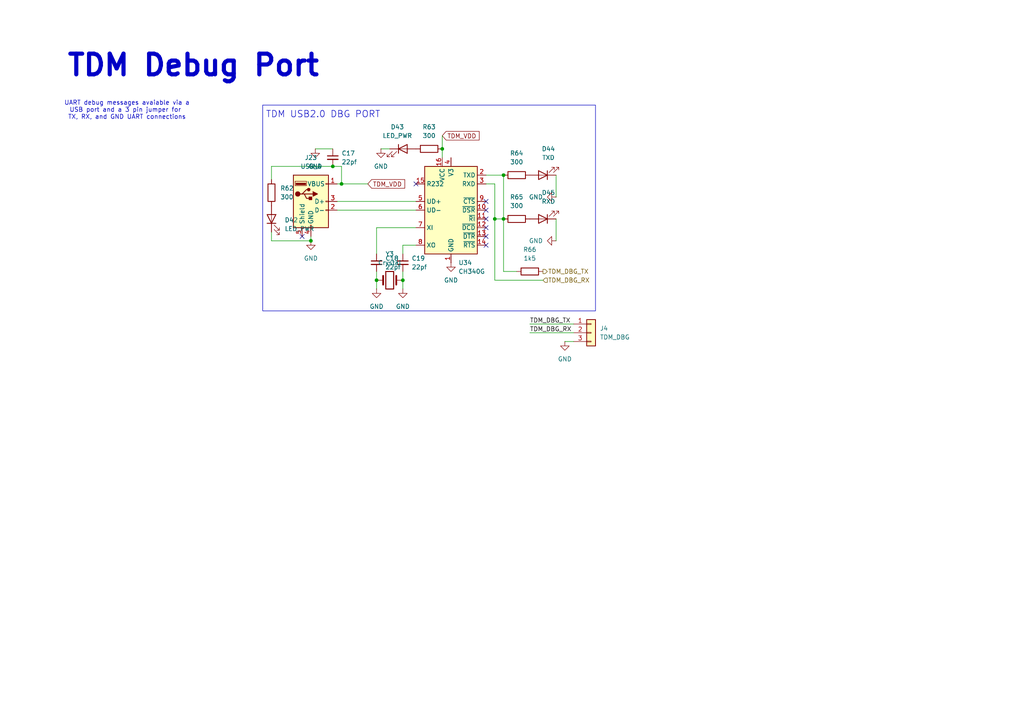
<source format=kicad_sch>
(kicad_sch (version 20250114) (generator "eeschema") (generator_version "9.0")
  (paper "A4")
  (title_block (date "2025-06") (rev "2"))
  (lib_symbols
    (symbol "Connector:USB_A" (pin_names (offset 1.016))
      (property "Reference" "J" (at -5.08 11.43 0))
      (property "Value" "USB_A" (at -5.08 8.89 0))
      (symbol "USB_A_0_1"
        (rectangle (start -5.08 -7.62) (end 5.08 7.62) (stroke (width 0.254)) (fill (type background)))
        (circle (center -3.81 2.159) (radius 0.635) (stroke (width 0.254)) (fill (type outline)))
        (polyline (pts (xy -3.175 2.159) (xy -2.54 2.159) (xy -1.27 3.429) (xy -0.635 3.429)) (stroke (width 0.254)))
        (polyline (pts (xy -2.54 2.159) (xy -1.905 2.159) (xy -1.27 0.889) (xy 0 0.889)) (stroke (width 0.254)))
        (rectangle (start -1.524 4.826) (end -4.318 5.334) (fill (type outline)))
        (rectangle (start -1.27 4.572) (end -4.572 5.842))
        (circle (center -0.635 3.429) (radius 0.381) (stroke (width 0.254)) (fill (type outline)))
        (rectangle (start -0.127 -7.62) (end 0.127 -6.858))
        (rectangle (start 0.254 1.27) (end -0.508 0.508) (stroke (width 0.254)) (fill (type outline)))
        (polyline (pts (xy 0.635 2.794) (xy 0.635 1.524) (xy 1.905 2.159) (xy 0.635 2.794)) (stroke (width 0.254)) (fill (type outline)))
        (rectangle (start 5.08 4.953) (end 4.318 5.207))
        (rectangle (start 5.08 -0.127) (end 4.318 0.127))
        (rectangle (start 5.08 -2.667) (end 4.318 -2.413))
      )
      (symbol "USB_A_1_1"
        (polyline (pts (xy -1.905 2.159) (xy 0.635 2.159)) (stroke (width 0.254)))
        (pin passive line (at -2.54 -10.16 90) (length 2.54) (name "Shield") (number "5"))
        (pin power_in line (at 0 -10.16 90) (length 2.54) (name "GND") (number "4"))
        (pin power_in line (at 7.62 5.08 180) (length 2.54) (name "VBUS") (number "1"))
        (pin bidirectional line (at 7.62 0 180) (length 2.54) (name "D+") (number "3"))
        (pin bidirectional line (at 7.62 -2.54 180) (length 2.54) (name "D-") (number "2"))
      )
    )
    (symbol "Connector_Generic:Conn_01x03" (pin_names (offset 1.016) (hide yes))
      (property "Reference" "J" (at 0 5.08 0))
      (property "Value" "Conn_01x03" (at 0 -5.08 0))
      (symbol "Conn_01x03_1_1"
        (rectangle (start -1.27 3.81) (end 1.27 -3.81) (stroke (width 0.254)) (fill (type background)))
        (rectangle (start -1.27 2.667) (end 0 2.413) (stroke (width 0.1524)))
        (rectangle (start -1.27 0.127) (end 0 -0.127) (stroke (width 0.1524)))
        (rectangle (start -1.27 -2.413) (end 0 -2.667) (stroke (width 0.1524)))
        (pin passive line (at -5.08 2.54 0) (length 3.81) (name "Pin_1") (number "1"))
        (pin passive line (at -5.08 0 0) (length 3.81) (name "Pin_2") (number "2"))
        (pin passive line (at -5.08 -2.54 0) (length 3.81) (name "Pin_3") (number "3"))
      )
    )
    (symbol "Device:C_Small" (pin_numbers (hide yes)) (pin_names (offset 0.254) (hide yes))
      (property "Reference" "C" (at 0.254 1.778 0))
      (property "Value" "C_Small" (at 0.254 -2.032 0))
      (symbol "C_Small_0_1"
        (polyline (pts (xy -1.524 0.508) (xy 1.524 0.508)) (stroke (width 0.3048)))
        (polyline (pts (xy -1.524 -0.508) (xy 1.524 -0.508)) (stroke (width 0.3302)))
      )
      (symbol "C_Small_1_1"
        (pin passive line (at 0 2.54 270) (length 2.032) (name "~") (number "1"))
        (pin passive line (at 0 -2.54 90) (length 2.032) (name "~") (number "2"))
      )
    )
    (symbol "Device:Crystal" (pin_numbers (hide yes)) (pin_names (offset 1.016) (hide yes))
      (property "Reference" "Y" (at 0 3.81 0))
      (property "Value" "Crystal" (at 0 -3.81 0))
      (symbol "Crystal_0_1"
        (polyline (pts (xy -2.54 0) (xy -1.905 0)))
        (polyline (pts (xy -1.905 -1.27) (xy -1.905 1.27)) (stroke (width 0.508)))
        (rectangle (start -1.143 2.54) (end 1.143 -2.54) (stroke (width 0.3048)))
        (polyline (pts (xy 1.905 -1.27) (xy 1.905 1.27)) (stroke (width 0.508)))
        (polyline (pts (xy 2.54 0) (xy 1.905 0)))
      )
      (symbol "Crystal_1_1"
        (pin passive line (at -3.81 0 0) (length 1.27) (name "1") (number "1"))
        (pin passive line (at 3.81 0 180) (length 1.27) (name "2") (number "2"))
      )
    )
    (symbol "Device:LED" (pin_numbers (hide yes)) (pin_names (offset 1.016) (hide yes))
      (property "Reference" "D" (at 0 2.54 0))
      (property "Value" "LED" (at 0 -2.54 0))
      (symbol "LED_0_1"
        (polyline (pts (xy -3.048 -0.762) (xy -4.572 -2.286) (xy -3.81 -2.286) (xy -4.572 -2.286) (xy -4.572 -1.524)))
        (polyline (pts (xy -1.778 -0.762) (xy -3.302 -2.286) (xy -2.54 -2.286) (xy -3.302 -2.286) (xy -3.302 -1.524)))
        (polyline (pts (xy -1.27 0) (xy 1.27 0)))
        (polyline (pts (xy -1.27 -1.27) (xy -1.27 1.27)) (stroke (width 0.254)))
        (polyline (pts (xy 1.27 -1.27) (xy 1.27 1.27) (xy -1.27 0) (xy 1.27 -1.27)) (stroke (width 0.254)))
      )
      (symbol "LED_1_1"
        (pin passive line (at -3.81 0 0) (length 2.54) (name "K") (number "1"))
        (pin passive line (at 3.81 0 180) (length 2.54) (name "A") (number "2"))
      )
    )
    (symbol "Device:R" (pin_numbers (hide yes)) (pin_names (offset 0))
      (property "Reference" "R" (at 2.032 0 90))
      (property "Value" "R" (at 0 0 90))
      (symbol "R_0_1"
        (rectangle (start -1.016 -2.54) (end 1.016 2.54) (stroke (width 0.254)))
      )
      (symbol "R_1_1"
        (pin passive line (at 0 3.81 270) (length 1.27) (name "~") (number "1"))
        (pin passive line (at 0 -3.81 90) (length 1.27) (name "~") (number "2"))
      )
    )
    (symbol "Interface_USB:CH340G"
      (property "Reference" "U" (at -5.08 13.97 0))
      (property "Value" "CH340G" (at 1.27 13.97 0))
      (symbol "CH340G_0_1"
        (rectangle (start -7.62 12.7) (end 7.62 -12.7) (stroke (width 0.254)) (fill (type background)))
      )
      (symbol "CH340G_1_1"
        (pin input line (at -10.16 7.62 0) (length 2.54) (name "R232") (number "15"))
        (pin bidirectional line (at -10.16 2.54 0) (length 2.54) (name "UD+") (number "5"))
        (pin bidirectional line (at -10.16 0 0) (length 2.54) (name "UD-") (number "6"))
        (pin input line (at -10.16 -5.08 0) (length 2.54) (name "XI") (number "7"))
        (pin output line (at -10.16 -10.16 0) (length 2.54) (name "XO") (number "8"))
        (pin power_in line (at -2.54 15.24 270) (length 2.54) (name "VCC") (number "16"))
        (pin power_out line (at 0 15.24 270) (length 2.54) (name "V3") (number "4"))
        (pin power_in line (at 0 -15.24 90) (length 2.54) (name "GND") (number "1"))
        (pin output line (at 10.16 10.16 180) (length 2.54) (name "TXD") (number "2"))
        (pin input line (at 10.16 7.62 180) (length 2.54) (name "RXD") (number "3"))
        (pin input line (at 10.16 2.54 180) (length 2.54) (name "~{CTS}") (number "9"))
        (pin input line (at 10.16 0 180) (length 2.54) (name "~{DSR}") (number "10"))
        (pin input line (at 10.16 -2.54 180) (length 2.54) (name "~{RI}") (number "11"))
        (pin input line (at 10.16 -5.08 180) (length 2.54) (name "~{DCD}") (number "12"))
        (pin output line (at 10.16 -7.62 180) (length 2.54) (name "~{DTR}") (number "13"))
        (pin output line (at 10.16 -10.16 180) (length 2.54) (name "~{RTS}") (number "14"))
      )
    )
    (symbol "power:GND" (power) (pin_numbers (hide yes)) (pin_names (offset 0) (hide yes))
      (property "Value" "GND" (at 0 -3.81 0))
      (symbol "GND_0_1"
        (polyline (pts (xy 0 0) (xy 0 -1.27) (xy 1.27 -1.27) (xy 0 -2.54) (xy -1.27 -1.27) (xy 0 -1.27)))
      )
      (symbol "GND_1_1"
        (pin power_in line (at 0 0 270) (length 0) (name "~") (number "1"))
      )
    )
  )
  (rectangle (start 76.2 30.48) (end 172.72 90.17))
  (text "UART debug messages avaiable via a\nUSB port and a 3 pin jumper for \nTX, RX, and GND UART connections" (at 36.83 32.004 0) (effects (font (size 1.27 1.27))))
  (text "TDM Debug Port" (at 19.05 22.606 0) (effects (font (size 5.9944 5.9944) (thickness 1.1989) (bold yes)) (justify left bottom)))
  (text "TDM USB2.0 DBG PORT" (at 93.726 33.274 0) (effects (font (size 1.905 1.905))))
  (junction (at 146.05 50.8))
  (junction (at 143.51 63.5))
  (junction (at 116.84 81.28))
  (junction (at 90.17 69.85))
  (junction (at 128.27 43.18))
  (junction (at 96.52 48.26))
  (junction (at 99.06 53.34))
  (junction (at 109.22 81.28))
  (junction (at 146.05 63.5))
  (no_connect (at 140.97 68.58))
  (no_connect (at 140.97 71.12))
  (no_connect (at 140.97 60.96))
  (no_connect (at 120.65 53.34))
  (no_connect (at 87.63 68.58))
  (no_connect (at 140.97 66.04))
  (no_connect (at 140.97 58.42))
  (no_connect (at 140.97 63.5))
  (wire (pts (xy 78.74 48.26) (xy 78.74 52.07)))
  (wire (pts (xy 109.22 66.04) (xy 109.22 73.66)))
  (wire (pts (xy 146.05 50.8) (xy 146.05 63.5)))
  (wire (pts (xy 161.29 63.5) (xy 161.29 69.85)))
  (wire (pts (xy 128.27 43.18) (xy 128.27 45.72)))
  (wire (pts (xy 146.05 78.74) (xy 149.86 78.74)))
  (wire (pts (xy 153.67 96.52) (xy 166.37 96.52)))
  (wire (pts (xy 99.06 53.34) (xy 97.79 53.34)))
  (wire (pts (xy 161.29 50.8) (xy 161.29 57.15)))
  (wire (pts (xy 153.67 93.98) (xy 166.37 93.98)))
  (wire (pts (xy 97.79 58.42) (xy 120.65 58.42)))
  (wire (pts (xy 96.52 48.26) (xy 78.74 48.26)))
  (wire (pts (xy 140.97 50.8) (xy 146.05 50.8)))
  (wire (pts (xy 140.97 53.34) (xy 143.51 53.34)))
  (wire (pts (xy 143.51 81.28) (xy 157.48 81.28)))
  (wire (pts (xy 90.17 69.85) (xy 90.17 68.58)))
  (wire (pts (xy 91.44 43.18) (xy 96.52 43.18)))
  (wire (pts (xy 109.22 66.04) (xy 120.65 66.04)))
  (wire (pts (xy 99.06 48.26) (xy 99.06 53.34)))
  (wire (pts (xy 99.06 53.34) (xy 106.68 53.34)))
  (wire (pts (xy 78.74 69.85) (xy 78.74 67.31)))
  (wire (pts (xy 143.51 63.5) (xy 146.05 63.5)))
  (wire (pts (xy 116.84 71.12) (xy 116.84 73.66)))
  (wire (pts (xy 109.22 83.82) (xy 109.22 81.28)))
  (wire (pts (xy 143.51 53.34) (xy 143.51 63.5)))
  (wire (pts (xy 109.22 78.74) (xy 109.22 81.28)))
  (wire (pts (xy 90.17 69.85) (xy 78.74 69.85)))
  (wire (pts (xy 97.79 60.96) (xy 120.65 60.96)))
  (wire (pts (xy 116.84 78.74) (xy 116.84 81.28)))
  (wire (pts (xy 116.84 81.28) (xy 116.84 83.82)))
  (wire (pts (xy 110.49 43.18) (xy 113.03 43.18)))
  (wire (pts (xy 143.51 63.5) (xy 143.51 81.28)))
  (wire (pts (xy 99.06 48.26) (xy 96.52 48.26)))
  (wire (pts (xy 163.83 99.06) (xy 166.37 99.06)))
  (wire (pts (xy 128.27 39.37) (xy 128.27 43.18)))
  (wire (pts (xy 116.84 71.12) (xy 120.65 71.12)))
  (wire (pts (xy 146.05 63.5) (xy 146.05 78.74)))
  (label "TDM_DBG_TX" (at 153.67 93.98 0))
  (label "TDM_DBG_RX" (at 153.67 96.52 0))
  (global_label "TDM_VDD" (shape input) (at 106.68 53.34 0) (property "Intersheetrefs" "${INTERSHEET_REFS}" (effects (hide yes))))
  (global_label "TDM_VDD" (shape input) (at 128.27 39.37 0) (property "Intersheetrefs" "${INTERSHEET_REFS}" (effects (hide yes))))
  (hierarchical_label "TDM_DBG_RX" (shape input) (at 157.48 81.28 0))
  (hierarchical_label "TDM_DBG_TX" (shape output) (at 157.48 78.74 0))
  (symbol (lib_id "Device:LED") (at 157.48 50.8 180) (unit 1)
    (property "Reference" "D44" (at 159.0675 43.18 0))
    (property "Value" "TXD" (at 159.0675 45.72 0))
    (property "Footprint" "LED_SMD:LED_0603_1608Metric" (effects (hide yes)))
    (property "Description" "Light emitting diode" (effects (hide yes)))
    (property "Sim.Pins" "1=K 2=A" (effects (hide yes)))
  )
  (symbol (lib_id "Device:LED") (at 116.84 43.18 0) (unit 1)
    (property "Reference" "D43" (at 115.2525 36.83 0))
    (property "Value" "LED_PWR" (at 115.2525 39.37 0))
    (property "Footprint" "LED_SMD:LED_0603_1608Metric" (effects (hide yes)))
    (property "Description" "Light emitting diode" (effects (hide yes)))
    (property "Sim.Pins" "1=K 2=A" (effects (hide yes)))
  )
  (symbol (lib_id "power:GND") (at 90.17 69.85 0) (unit 1)
    (property "Reference" "#PWR0155" (effects (hide yes)))
    (property "Value" "GND" (at 90.17 74.93 0))
    (property "Description" "Power symbol creates a global label with name \"GND\" , ground" (effects (hide yes)))
  )
  (symbol (lib_id "power:GND") (at 161.29 69.85 270) (mirror x) (unit 1)
    (property "Reference" "#PWR0161" (effects (hide yes)))
    (property "Value" "GND" (at 157.48 69.8499 90) (effects (justify right)))
    (property "Description" "Power symbol creates a global label with name \"GND\" , ground" (effects (hide yes)))
  )
  (symbol (lib_id "power:GND") (at 109.22 83.82 0) (mirror y) (unit 1)
    (property "Reference" "#PWR0156" (effects (hide yes)))
    (property "Value" "GND" (at 109.22 88.9 0))
    (property "Description" "Power symbol creates a global label with name \"GND\" , ground" (effects (hide yes)))
  )
  (symbol (lib_id "Device:R") (at 149.86 63.5 90) (unit 1)
    (property "Reference" "R65" (at 149.86 57.15 90))
    (property "Value" "300" (at 149.86 59.69 90))
    (property "Footprint" "Resistor_SMD:R_0805_2012Metric_Pad1.20x1.40mm_HandSolder" (effects (hide yes)))
    (property "Description" "Resistor" (effects (hide yes)))
    (property "DigiKey_Part_Number" "311-10.0KCRCT-ND" (effects (hide yes)))
    (property "Price" "0.0129" (effects (hide yes)))
  )
  (symbol (lib_id "power:GND") (at 161.29 57.15 270) (mirror x) (unit 1)
    (property "Reference" "#PWR0160" (effects (hide yes)))
    (property "Value" "GND" (at 157.48 57.1499 90) (effects (justify right)))
    (property "Description" "Power symbol creates a global label with name \"GND\" , ground" (effects (hide yes)))
  )
  (symbol (lib_id "power:GND") (at 130.81 76.2 0) (mirror y) (unit 1)
    (property "Reference" "#PWR0159" (effects (hide yes)))
    (property "Value" "GND" (at 130.81 81.28 0))
    (property "Description" "Power symbol creates a global label with name \"GND\" , ground" (effects (hide yes)))
  )
  (symbol (lib_id "Device:R") (at 149.86 50.8 90) (unit 1)
    (property "Reference" "R64" (at 149.86 44.45 90))
    (property "Value" "300" (at 149.86 46.99 90))
    (property "Footprint" "Resistor_SMD:R_0805_2012Metric_Pad1.20x1.40mm_HandSolder" (effects (hide yes)))
    (property "Description" "Resistor" (effects (hide yes)))
    (property "DigiKey_Part_Number" "311-10.0KCRCT-ND" (effects (hide yes)))
    (property "Price" "0.0129" (effects (hide yes)))
  )
  (symbol (lib_id "Device:C_Small") (at 116.84 76.2 0) (unit 1)
    (property "Reference" "C19" (at 119.38 74.9362 0) (effects (justify left)))
    (property "Value" "22pf" (at 119.38 77.4762 0) (effects (justify left)))
    (property "Footprint" "Capacitor_SMD:C_0805_2012Metric" (effects (hide yes)))
    (property "Description" "Unpolarized capacitor, small symbol" (effects (hide yes)))
  )
  (symbol (lib_id "power:GND") (at 116.84 83.82 0) (mirror y) (unit 1)
    (property "Reference" "#PWR0158" (effects (hide yes)))
    (property "Value" "GND" (at 116.84 88.9 0))
    (property "Description" "Power symbol creates a global label with name \"GND\" , ground" (effects (hide yes)))
  )
  (symbol (lib_id "Device:LED") (at 78.74 63.5 90) (unit 1)
    (property "Reference" "D42" (at 82.55 63.8174 90) (effects (justify right)))
    (property "Value" "LED_PWR" (at 82.55 66.3574 90) (effects (justify right)))
    (property "Footprint" "LED_SMD:LED_0603_1608Metric" (effects (hide yes)))
    (property "Description" "Light emitting diode" (effects (hide yes)))
    (property "Sim.Pins" "1=K 2=A" (effects (hide yes)))
  )
  (symbol (lib_id "Device:R") (at 78.74 55.88 180) (unit 1)
    (property "Reference" "R62" (at 81.28 54.6099 0) (effects (justify right)))
    (property "Value" "300" (at 81.28 57.1499 0) (effects (justify right)))
    (property "Footprint" "Resistor_SMD:R_0805_2012Metric_Pad1.20x1.40mm_HandSolder" (effects (hide yes)))
    (property "Description" "Resistor" (effects (hide yes)))
    (property "DigiKey_Part_Number" "311-10.0KCRCT-ND" (effects (hide yes)))
    (property "Price" "0.0129" (effects (hide yes)))
  )
  (symbol (lib_id "Device:Crystal") (at 113.03 81.28 0) (unit 1)
    (property "Reference" "Y3" (at 113.03 73.66 0))
    (property "Value" "Crystal" (at 113.03 76.2 0))
    (property "Description" "Two pin crystal" (effects (hide yes)))
  )
  (symbol (lib_id "Device:C_Small") (at 96.52 45.72 0) (unit 1)
    (property "Reference" "C17" (at 99.06 44.4562 0) (effects (justify left)))
    (property "Value" "22pf" (at 99.06 46.9962 0) (effects (justify left)))
    (property "Footprint" "Capacitor_SMD:C_0805_2012Metric" (effects (hide yes)))
    (property "Description" "Unpolarized capacitor, small symbol" (effects (hide yes)))
  )
  (symbol (lib_id "Device:R") (at 124.46 43.18 90) (unit 1)
    (property "Reference" "R63" (at 124.46 36.83 90))
    (property "Value" "300" (at 124.46 39.37 90))
    (property "Footprint" "Resistor_SMD:R_0805_2012Metric_Pad1.20x1.40mm_HandSolder" (effects (hide yes)))
    (property "Description" "Resistor" (effects (hide yes)))
    (property "DigiKey_Part_Number" "311-10.0KCRCT-ND" (effects (hide yes)))
    (property "Price" "0.0129" (effects (hide yes)))
  )
  (symbol (lib_id "Connector:USB_A") (at 90.17 58.42 0) (unit 1)
    (property "Reference" "J23" (at 90.17 45.72 0))
    (property "Value" "USB_A" (at 90.17 48.26 0))
    (property "Footprint" "Connector_USB:USB_A_CNCTech_1001-011-01101_Horizontal" (effects (hide yes)))
    (property "Description" "USB Type A connector" (effects (hide yes)))
  )
  (symbol (lib_id "power:GND") (at 163.83 99.06 0) (unit 1)
    (property "Reference" "#PWR047" (effects (hide yes)))
    (property "Value" "GND" (at 163.83 104.14 0))
    (property "Description" "Power symbol creates a global label with name \"GND\" , ground" (effects (hide yes)))
  )
  (symbol (lib_id "Connector_Generic:Conn_01x03") (at 171.45 96.52 0) (unit 1)
    (property "Reference" "J4" (at 173.99 95.2499 0) (effects (justify left)))
    (property "Value" "TDM_DBG" (at 173.99 97.7899 0) (effects (justify left)))
    (property "Footprint" "Connector_PinHeader_1.00mm:PinHeader_1x03_P1.00mm_Horizontal" (effects (hide yes)))
    (property "Description" "Generic connector, single row, 01x03, script generated (kicad-library-utils/schlib/autogen/connector/)" (effects (hide yes)))
  )
  (symbol (lib_id "power:GND") (at 110.49 43.18 0) (mirror y) (unit 1)
    (property "Reference" "#PWR0157" (effects (hide yes)))
    (property "Value" "GND" (at 110.49 48.26 0))
    (property "Description" "Power symbol creates a global label with name \"GND\" , ground" (effects (hide yes)))
  )
  (symbol (lib_id "power:GND") (at 91.44 43.18 0) (unit 1)
    (property "Reference" "#PWR0178" (effects (hide yes)))
    (property "Value" "GND" (at 91.44 48.26 0))
    (property "Description" "Power symbol creates a global label with name \"GND\" , ground" (effects (hide yes)))
  )
  (symbol (lib_id "Device:R") (at 153.67 78.74 90) (unit 1)
    (property "Reference" "R66" (at 153.67 72.39 90))
    (property "Value" "1k5" (at 153.67 74.93 90))
    (property "Footprint" "Resistor_SMD:R_0805_2012Metric_Pad1.20x1.40mm_HandSolder" (effects (hide yes)))
    (property "Description" "Resistor" (effects (hide yes)))
    (property "DigiKey_Part_Number" "311-10.0KCRCT-ND" (effects (hide yes)))
    (property "Price" "0.0129" (effects (hide yes)))
  )
  (symbol (lib_id "Device:C_Small") (at 109.22 76.2 0) (unit 1)
    (property "Reference" "C18" (at 111.76 74.9362 0) (effects (justify left)))
    (property "Value" "22pf" (at 111.76 77.4762 0) (effects (justify left)))
    (property "Footprint" "Capacitor_SMD:C_0805_2012Metric" (effects (hide yes)))
    (property "Description" "Unpolarized capacitor, small symbol" (effects (hide yes)))
  )
  (symbol (lib_id "Interface_USB:CH340G") (at 130.81 60.96 0) (unit 1)
    (property "Reference" "U34" (at 132.9533 76.2 0) (effects (justify left)))
    (property "Value" "CH340G" (at 132.9533 78.74 0) (effects (justify left)))
    (property "Footprint" "Package_SO:SOIC-16_3.9x9.9mm_P1.27mm" (effects (hide yes)))
    (property "Datasheet" "http://www.datasheet5.com/pdf-local-2195953" (effects (hide yes)))
    (property "Description" "USB serial converter, UART, SOIC-16" (effects (hide yes)))
  )
  (symbol (lib_id "Device:LED") (at 157.48 63.5 180) (unit 1)
    (property "Reference" "D45" (at 159.0675 55.88 0))
    (property "Value" "RXD" (at 159.0675 58.42 0))
    (property "Footprint" "LED_SMD:LED_0603_1608Metric" (effects (hide yes)))
    (property "Description" "Light emitting diode" (effects (hide yes)))
    (property "Sim.Pins" "1=K 2=A" (effects (hide yes)))
  )
)
</source>
